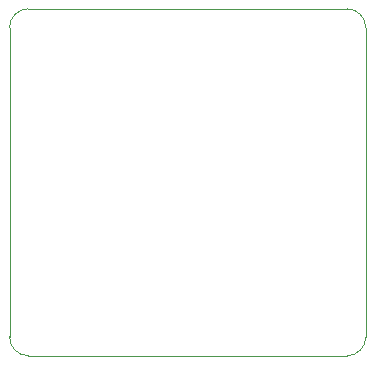
<source format=gbr>
%TF.GenerationSoftware,KiCad,Pcbnew,(6.0.0)*%
%TF.CreationDate,2022-07-10T02:32:02-04:00*%
%TF.ProjectId,EyesOfTomorrow,45796573-4f66-4546-9f6d-6f72726f772e,rev?*%
%TF.SameCoordinates,Original*%
%TF.FileFunction,Profile,NP*%
%FSLAX46Y46*%
G04 Gerber Fmt 4.6, Leading zero omitted, Abs format (unit mm)*
G04 Created by KiCad (PCBNEW (6.0.0)) date 2022-07-10 02:32:02*
%MOMM*%
%LPD*%
G01*
G04 APERTURE LIST*
%TA.AperFunction,Profile*%
%ADD10C,0.100000*%
%TD*%
G04 APERTURE END LIST*
D10*
X134143750Y-69056250D02*
X134143750Y-95250000D01*
X105568750Y-67468750D02*
G75*
G03*
X103981250Y-69056250I0J-1587500D01*
G01*
X103981250Y-95250000D02*
X103981250Y-69056250D01*
X132556250Y-96837500D02*
X105568750Y-96837500D01*
X105568750Y-67468750D02*
X132556250Y-67468750D01*
X132556250Y-96837500D02*
G75*
G03*
X134143750Y-95250000I0J1587500D01*
G01*
X103981250Y-95250000D02*
G75*
G03*
X105568750Y-96837500I1587500J0D01*
G01*
X134143750Y-69056250D02*
G75*
G03*
X132556250Y-67468750I-1587500J0D01*
G01*
M02*

</source>
